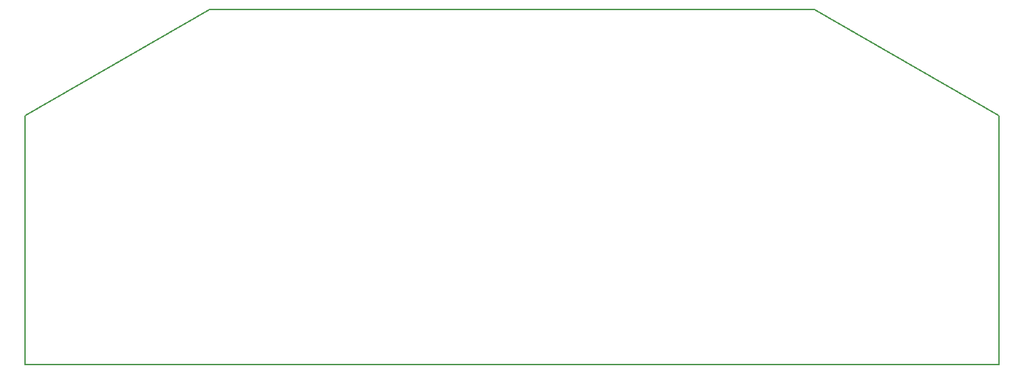
<source format=gbr>
G04 #@! TF.GenerationSoftware,KiCad,Pcbnew,5.1.3-ffb9f22~84~ubuntu18.10.1*
G04 #@! TF.CreationDate,2019-11-10T15:48:11-06:00*
G04 #@! TF.ProjectId,Gamete,47616d65-7465-42e6-9b69-6361645f7063,rev?*
G04 #@! TF.SameCoordinates,Original*
G04 #@! TF.FileFunction,Profile,NP*
%FSLAX46Y46*%
G04 Gerber Fmt 4.6, Leading zero omitted, Abs format (unit mm)*
G04 Created by KiCad (PCBNEW 5.1.3-ffb9f22~84~ubuntu18.10.1) date 2019-11-10 15:48:11*
%MOMM*%
%LPD*%
G04 APERTURE LIST*
%ADD10C,0.150000*%
G04 APERTURE END LIST*
D10*
X177410000Y-137810000D02*
X253120000Y-137810000D01*
X276225000Y-151130000D02*
X253120000Y-137810000D01*
X154305000Y-151130000D02*
X177410000Y-137810000D01*
X154305000Y-182245000D02*
X154305000Y-151130000D01*
X276225000Y-182245000D02*
X276225000Y-151130000D01*
X276225000Y-182245000D02*
X154305000Y-182245000D01*
M02*

</source>
